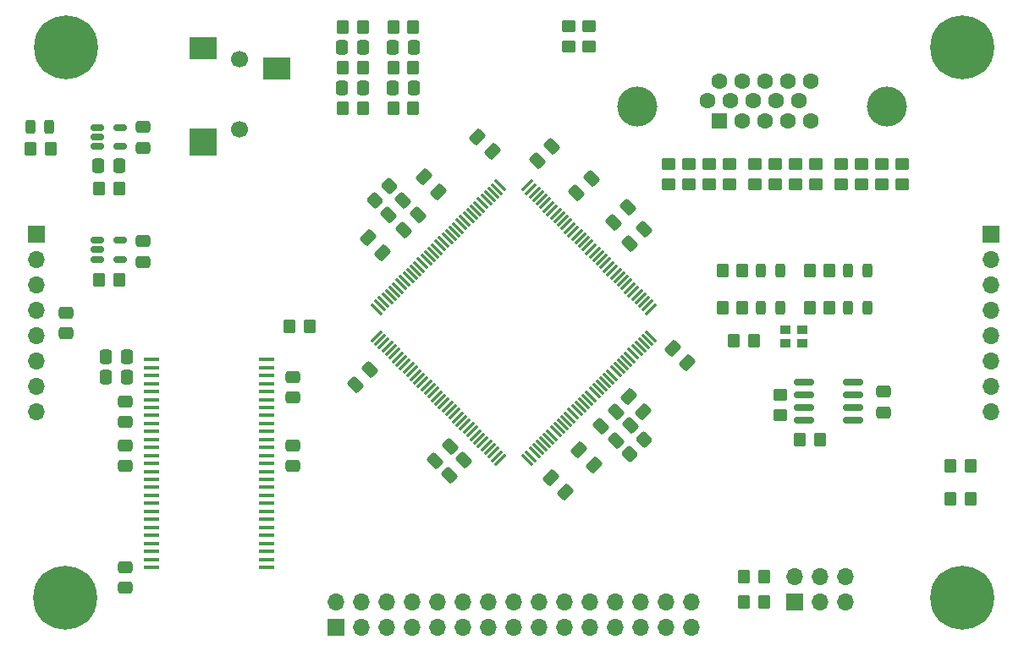
<source format=gbr>
%TF.GenerationSoftware,KiCad,Pcbnew,8.0.7*%
%TF.CreationDate,2025-01-22T16:06:57-05:00*%
%TF.ProjectId,vaudeo,76617564-656f-42e6-9b69-6361645f7063,rev?*%
%TF.SameCoordinates,Original*%
%TF.FileFunction,Soldermask,Top*%
%TF.FilePolarity,Negative*%
%FSLAX46Y46*%
G04 Gerber Fmt 4.6, Leading zero omitted, Abs format (unit mm)*
G04 Created by KiCad (PCBNEW 8.0.7) date 2025-01-22 16:06:57*
%MOMM*%
%LPD*%
G01*
G04 APERTURE LIST*
G04 Aperture macros list*
%AMRoundRect*
0 Rectangle with rounded corners*
0 $1 Rounding radius*
0 $2 $3 $4 $5 $6 $7 $8 $9 X,Y pos of 4 corners*
0 Add a 4 corners polygon primitive as box body*
4,1,4,$2,$3,$4,$5,$6,$7,$8,$9,$2,$3,0*
0 Add four circle primitives for the rounded corners*
1,1,$1+$1,$2,$3*
1,1,$1+$1,$4,$5*
1,1,$1+$1,$6,$7*
1,1,$1+$1,$8,$9*
0 Add four rect primitives between the rounded corners*
20,1,$1+$1,$2,$3,$4,$5,0*
20,1,$1+$1,$4,$5,$6,$7,0*
20,1,$1+$1,$6,$7,$8,$9,0*
20,1,$1+$1,$8,$9,$2,$3,0*%
G04 Aperture macros list end*
%ADD10RoundRect,0.250000X0.350000X0.450000X-0.350000X0.450000X-0.350000X-0.450000X0.350000X-0.450000X0*%
%ADD11RoundRect,0.250000X0.574524X0.097227X0.097227X0.574524X-0.574524X-0.097227X-0.097227X-0.574524X0*%
%ADD12RoundRect,0.250000X0.450000X-0.350000X0.450000X0.350000X-0.450000X0.350000X-0.450000X-0.350000X0*%
%ADD13RoundRect,0.250000X0.070711X-0.565685X0.565685X-0.070711X-0.070711X0.565685X-0.565685X0.070711X0*%
%ADD14RoundRect,0.250000X-0.475000X0.337500X-0.475000X-0.337500X0.475000X-0.337500X0.475000X0.337500X0*%
%ADD15RoundRect,0.243750X-0.243750X-0.456250X0.243750X-0.456250X0.243750X0.456250X-0.243750X0.456250X0*%
%ADD16R,1.700000X1.700000*%
%ADD17O,1.700000X1.700000*%
%ADD18C,0.800000*%
%ADD19C,6.400000*%
%ADD20RoundRect,0.250000X-0.450000X0.350000X-0.450000X-0.350000X0.450000X-0.350000X0.450000X0.350000X0*%
%ADD21RoundRect,0.250000X-0.350000X-0.450000X0.350000X-0.450000X0.350000X0.450000X-0.350000X0.450000X0*%
%ADD22RoundRect,0.250000X-0.097227X0.574524X-0.574524X0.097227X0.097227X-0.574524X0.574524X-0.097227X0*%
%ADD23RoundRect,0.250000X0.475000X-0.337500X0.475000X0.337500X-0.475000X0.337500X-0.475000X-0.337500X0*%
%ADD24R,1.510000X0.458000*%
%ADD25RoundRect,0.250000X-0.574524X-0.097227X-0.097227X-0.574524X0.574524X0.097227X0.097227X0.574524X0*%
%ADD26RoundRect,0.150000X-0.825000X-0.150000X0.825000X-0.150000X0.825000X0.150000X-0.825000X0.150000X0*%
%ADD27RoundRect,0.150000X-0.512500X-0.150000X0.512500X-0.150000X0.512500X0.150000X-0.512500X0.150000X0*%
%ADD28RoundRect,0.250000X0.097227X-0.574524X0.574524X-0.097227X-0.097227X0.574524X-0.574524X0.097227X0*%
%ADD29RoundRect,0.250000X-0.337500X-0.475000X0.337500X-0.475000X0.337500X0.475000X-0.337500X0.475000X0*%
%ADD30C,4.000000*%
%ADD31R,1.600000X1.600000*%
%ADD32C,1.600000*%
%ADD33RoundRect,0.250000X0.337500X0.475000X-0.337500X0.475000X-0.337500X-0.475000X0.337500X-0.475000X0*%
%ADD34R,1.100000X0.900000*%
%ADD35RoundRect,0.075000X-0.415425X-0.521491X0.521491X0.415425X0.415425X0.521491X-0.521491X-0.415425X0*%
%ADD36RoundRect,0.075000X0.415425X-0.521491X0.521491X-0.415425X-0.415425X0.521491X-0.521491X0.415425X0*%
%ADD37C,1.700000*%
%ADD38R,2.800000X2.200000*%
%ADD39R,2.800000X2.800000*%
G04 APERTURE END LIST*
D10*
%TO.C,R18*%
X163560000Y-72771000D03*
X161560000Y-72771000D03*
%TD*%
D11*
%TO.C,C13*%
X171167623Y-81124623D03*
X169700377Y-79657377D03*
%TD*%
%TO.C,C12*%
X165579623Y-87220623D03*
X164112377Y-85753377D03*
%TD*%
D12*
%TO.C,R30*%
X184166334Y-66548000D03*
X184166334Y-64548000D03*
%TD*%
D13*
%TO.C,R9*%
X190300893Y-107387107D03*
X191715107Y-105972893D03*
%TD*%
D14*
%TO.C,C29*%
X156591000Y-106531500D03*
X156591000Y-108606500D03*
%TD*%
D12*
%TO.C,R21*%
X194123665Y-80391000D03*
X194123665Y-78391000D03*
%TD*%
D15*
%TO.C,D3*%
X212152500Y-89027000D03*
X214027500Y-89027000D03*
%TD*%
D10*
%TO.C,R12*%
X224393000Y-111887000D03*
X222393000Y-111887000D03*
%TD*%
D16*
%TO.C,J6*%
X206756000Y-122174000D03*
D17*
X206756000Y-119634000D03*
X209296000Y-122174000D03*
X209296000Y-119634000D03*
X211836000Y-122174000D03*
X211836000Y-119634000D03*
%TD*%
D18*
%TO.C,H1*%
X131458000Y-66675000D03*
X132160944Y-64977944D03*
X132160944Y-68372056D03*
X133858000Y-64275000D03*
D19*
X133858000Y-66675000D03*
D18*
X133858000Y-69075000D03*
X135555056Y-64977944D03*
X135555056Y-68372056D03*
X136258000Y-66675000D03*
%TD*%
D20*
%TO.C,R37*%
X205359000Y-101489000D03*
X205359000Y-103489000D03*
%TD*%
D21*
%TO.C,R17*%
X166624000Y-64643000D03*
X168624000Y-64643000D03*
%TD*%
D22*
%TO.C,C10*%
X164309623Y-98961377D03*
X162842377Y-100428623D03*
%TD*%
D13*
%TO.C,R10*%
X164773893Y-81987107D03*
X166188107Y-80572893D03*
%TD*%
D22*
%TO.C,C20*%
X169135623Y-83467377D03*
X167668377Y-84934623D03*
%TD*%
D21*
%TO.C,R5*%
X208272000Y-92710000D03*
X210272000Y-92710000D03*
%TD*%
%TO.C,R2*%
X199560250Y-89027000D03*
X201560250Y-89027000D03*
%TD*%
D22*
%TO.C,C23*%
X188887058Y-103141677D03*
X187419812Y-104608923D03*
%TD*%
D23*
%TO.C,C5*%
X215662000Y-103221500D03*
X215662000Y-101146500D03*
%TD*%
D14*
%TO.C,C16*%
X141605000Y-86063000D03*
X141605000Y-88138000D03*
%TD*%
D12*
%TO.C,R32*%
X213427665Y-80391000D03*
X213427665Y-78391000D03*
%TD*%
D24*
%TO.C,U5*%
X142459000Y-97931000D03*
X142459000Y-98731000D03*
X142459000Y-99531000D03*
X142459000Y-100331000D03*
X142459000Y-101131000D03*
X142459000Y-101931000D03*
X142459000Y-102731000D03*
X142459000Y-103531000D03*
X142459000Y-104331000D03*
X142459000Y-105131000D03*
X142459000Y-105931000D03*
X142459000Y-106731000D03*
X142459000Y-107531000D03*
X142459000Y-108331000D03*
X142459000Y-109131000D03*
X142459000Y-109931000D03*
X142459000Y-110731000D03*
X142459000Y-111531000D03*
X142459000Y-112331000D03*
X142459000Y-113131000D03*
X142459000Y-113931000D03*
X142459000Y-114731000D03*
X142459000Y-115531000D03*
X142459000Y-116331000D03*
X142459000Y-117131000D03*
X142459000Y-117931000D03*
X142459000Y-118731000D03*
X153959000Y-118731000D03*
X153959000Y-117931000D03*
X153959000Y-117131000D03*
X153959000Y-116331000D03*
X153959000Y-115531000D03*
X153959000Y-114731000D03*
X153959000Y-113931000D03*
X153959000Y-113131000D03*
X153959000Y-112331000D03*
X153959000Y-111531000D03*
X153959000Y-110731000D03*
X153959000Y-109931000D03*
X153959000Y-109131000D03*
X153959000Y-108331000D03*
X153959000Y-107531000D03*
X153959000Y-106731000D03*
X153959000Y-105931000D03*
X153959000Y-105131000D03*
X153959000Y-104331000D03*
X153959000Y-103531000D03*
X153959000Y-102731000D03*
X153959000Y-101931000D03*
X153959000Y-101131000D03*
X153959000Y-100331000D03*
X153959000Y-99531000D03*
X153959000Y-98731000D03*
X153959000Y-97931000D03*
%TD*%
D25*
%TO.C,C3*%
X182400377Y-109756377D03*
X183867623Y-111223623D03*
%TD*%
D26*
%TO.C,U2*%
X207710000Y-100203000D03*
X207710000Y-101473000D03*
X207710000Y-102743000D03*
X207710000Y-104013000D03*
X212660000Y-104013000D03*
X212660000Y-102743000D03*
X212660000Y-101473000D03*
X212660000Y-100203000D03*
%TD*%
D18*
%TO.C,H4*%
X131422269Y-121823926D03*
X132125213Y-120126870D03*
X132125213Y-123520982D03*
X133822269Y-119423926D03*
D19*
X133822269Y-121823926D03*
D18*
X133822269Y-124223926D03*
X135519325Y-120126870D03*
X135519325Y-123520982D03*
X136222269Y-121823926D03*
%TD*%
D12*
%TO.C,R22*%
X196155665Y-80391000D03*
X196155665Y-78391000D03*
%TD*%
D27*
%TO.C,U4*%
X137044000Y-74681000D03*
X137044000Y-75631000D03*
X137044000Y-76581000D03*
X139319000Y-76581000D03*
X139319000Y-74681000D03*
%TD*%
D15*
%TO.C,D2*%
X203432750Y-92710000D03*
X205307750Y-92710000D03*
%TD*%
D10*
%TO.C,R13*%
X224393000Y-108585000D03*
X222393000Y-108585000D03*
%TD*%
D12*
%TO.C,R23*%
X198187665Y-80391000D03*
X198187665Y-78391000D03*
%TD*%
D28*
%TO.C,C15*%
X184968754Y-81223246D03*
X186436000Y-79756000D03*
%TD*%
D29*
%TO.C,C33*%
X161501000Y-66675000D03*
X163576000Y-66675000D03*
%TD*%
D12*
%TO.C,R27*%
X206823665Y-80391000D03*
X206823665Y-78391000D03*
%TD*%
D15*
%TO.C,D1*%
X203432750Y-89027000D03*
X205307750Y-89027000D03*
%TD*%
D10*
%TO.C,R14*%
X158226000Y-94615000D03*
X156226000Y-94615000D03*
%TD*%
%TO.C,R20*%
X163560000Y-64643000D03*
X161560000Y-64643000D03*
%TD*%
D21*
%TO.C,R15*%
X166624000Y-72771000D03*
X168624000Y-72771000D03*
%TD*%
D25*
%TO.C,C11*%
X190175754Y-101656754D03*
X191643000Y-103124000D03*
%TD*%
D28*
%TO.C,C14*%
X181031754Y-78048246D03*
X182499000Y-76581000D03*
%TD*%
D29*
%TO.C,C34*%
X161522500Y-70739000D03*
X163597500Y-70739000D03*
%TD*%
D10*
%TO.C,R6*%
X209329000Y-105918000D03*
X207329000Y-105918000D03*
%TD*%
D12*
%TO.C,R24*%
X200219665Y-80375000D03*
X200219665Y-78375000D03*
%TD*%
D25*
%TO.C,C8*%
X185222754Y-106990754D03*
X186690000Y-108458000D03*
%TD*%
D16*
%TO.C,J3*%
X226441000Y-85359000D03*
D17*
X226441000Y-87899000D03*
X226441000Y-90439000D03*
X226441000Y-92979000D03*
X226441000Y-95519000D03*
X226441000Y-98059000D03*
X226441000Y-100599000D03*
X226441000Y-103139000D03*
%TD*%
D10*
%TO.C,R19*%
X163560000Y-68707000D03*
X161560000Y-68707000D03*
%TD*%
D22*
%TO.C,C2*%
X172282246Y-106609754D03*
X170815000Y-108077000D03*
%TD*%
D21*
%TO.C,R36*%
X201708000Y-119634000D03*
X203708000Y-119634000D03*
%TD*%
D12*
%TO.C,R34*%
X217491665Y-80391000D03*
X217491665Y-78391000D03*
%TD*%
D15*
%TO.C,D4*%
X212152500Y-92710000D03*
X214027500Y-92710000D03*
%TD*%
D27*
%TO.C,U3*%
X137033000Y-85979000D03*
X137033000Y-86929000D03*
X137033000Y-87879000D03*
X139308000Y-87879000D03*
X139308000Y-85979000D03*
%TD*%
D12*
%TO.C,R33*%
X215459665Y-80391000D03*
X215459665Y-78391000D03*
%TD*%
D23*
%TO.C,C30*%
X156591000Y-101748500D03*
X156591000Y-99673500D03*
%TD*%
D12*
%TO.C,R28*%
X208855665Y-80391000D03*
X208855665Y-78391000D03*
%TD*%
D22*
%TO.C,C21*%
X167616840Y-81998459D03*
X166149594Y-83465705D03*
%TD*%
D28*
%TO.C,C4*%
X188623377Y-84172623D03*
X190090623Y-82705377D03*
%TD*%
D30*
%TO.C,J2*%
X216021665Y-72579331D03*
X191021665Y-72579331D03*
D31*
X199206665Y-73999331D03*
D32*
X201496665Y-73999331D03*
X203786665Y-73999331D03*
X206076665Y-73999331D03*
X208366665Y-73999331D03*
X198061665Y-72019331D03*
X200351665Y-72019331D03*
X202641665Y-72019331D03*
X204931665Y-72019331D03*
X207221665Y-72019331D03*
X199206665Y-70039331D03*
X201496665Y-70039331D03*
X203786665Y-70039331D03*
X206076665Y-70039331D03*
X208366665Y-70039331D03*
%TD*%
D12*
%TO.C,R25*%
X202759665Y-80375000D03*
X202759665Y-78375000D03*
%TD*%
D14*
%TO.C,C24*%
X139827000Y-118723500D03*
X139827000Y-120798500D03*
%TD*%
D11*
%TO.C,C1*%
X176530000Y-77089000D03*
X175062754Y-75621754D03*
%TD*%
D18*
%TO.C,H3*%
X221120000Y-121793000D03*
X221822944Y-120095944D03*
X221822944Y-123490056D03*
X223520000Y-119393000D03*
D19*
X223520000Y-121793000D03*
D18*
X223520000Y-124193000D03*
X225217056Y-120095944D03*
X225217056Y-123490056D03*
X225920000Y-121793000D03*
%TD*%
D16*
%TO.C,J4*%
X130937000Y-85359000D03*
D17*
X130937000Y-87899000D03*
X130937000Y-90439000D03*
X130937000Y-92979000D03*
X130937000Y-95519000D03*
X130937000Y-98059000D03*
X130937000Y-100599000D03*
X130937000Y-103139000D03*
%TD*%
D33*
%TO.C,C31*%
X168661500Y-66675000D03*
X166586500Y-66675000D03*
%TD*%
D28*
%TO.C,C6*%
X190274377Y-86331623D03*
X191741623Y-84864377D03*
%TD*%
D14*
%TO.C,C17*%
X141605000Y-74654500D03*
X141605000Y-76729500D03*
%TD*%
D15*
%TO.C,D5*%
X130350500Y-74594500D03*
X132225500Y-74594500D03*
%TD*%
D10*
%TO.C,R11*%
X132318000Y-76835000D03*
X130318000Y-76835000D03*
%TD*%
D23*
%TO.C,C25*%
X139827000Y-108606500D03*
X139827000Y-106531500D03*
%TD*%
D33*
%TO.C,C28*%
X139975500Y-97663000D03*
X137900500Y-97663000D03*
%TD*%
D29*
%TO.C,C18*%
X137138500Y-78486000D03*
X139213500Y-78486000D03*
%TD*%
D10*
%TO.C,R35*%
X203692000Y-122174000D03*
X201692000Y-122174000D03*
%TD*%
D34*
%TO.C,X1*%
X207518000Y-94966000D03*
X205818000Y-94966000D03*
X205818000Y-96266000D03*
X207518000Y-96266000D03*
%TD*%
D22*
%TO.C,C9*%
X173679246Y-108006754D03*
X172212000Y-109474000D03*
%TD*%
D18*
%TO.C,H2*%
X221120000Y-66675000D03*
X221822944Y-64977944D03*
X221822944Y-68372056D03*
X223520000Y-64275000D03*
D19*
X223520000Y-66675000D03*
D18*
X223520000Y-69075000D03*
X225217056Y-64977944D03*
X225217056Y-68372056D03*
X225920000Y-66675000D03*
%TD*%
D14*
%TO.C,C19*%
X133858000Y-93211500D03*
X133858000Y-95286500D03*
%TD*%
D33*
%TO.C,C27*%
X139975500Y-99695000D03*
X137900500Y-99695000D03*
%TD*%
D21*
%TO.C,R16*%
X166624000Y-68707000D03*
X168624000Y-68707000D03*
%TD*%
D12*
%TO.C,R31*%
X211395665Y-80391000D03*
X211395665Y-78391000D03*
%TD*%
%TO.C,R29*%
X186198334Y-66548000D03*
X186198334Y-64548000D03*
%TD*%
D10*
%TO.C,R8*%
X139176000Y-80772000D03*
X137176000Y-80772000D03*
%TD*%
D22*
%TO.C,C22*%
X190344623Y-104549377D03*
X188877377Y-106016623D03*
%TD*%
D16*
%TO.C,J5*%
X160909000Y-124714000D03*
D17*
X160909000Y-122174000D03*
X163449000Y-124714000D03*
X163449000Y-122174000D03*
X165989000Y-124714000D03*
X165989000Y-122174000D03*
X168529000Y-124714000D03*
X168529000Y-122174000D03*
X171069000Y-124714000D03*
X171069000Y-122174000D03*
X173609000Y-124714000D03*
X173609000Y-122174000D03*
X176149000Y-124714000D03*
X176149000Y-122174000D03*
X178689000Y-124714000D03*
X178689000Y-122174000D03*
X181229000Y-124714000D03*
X181229000Y-122174000D03*
X183769000Y-124714000D03*
X183769000Y-122174000D03*
X186309000Y-124714000D03*
X186309000Y-122174000D03*
X188849000Y-124714000D03*
X188849000Y-122174000D03*
X191389000Y-124714000D03*
X191389000Y-122174000D03*
X193929000Y-124714000D03*
X193929000Y-122174000D03*
X196469000Y-124714000D03*
X196469000Y-122174000D03*
%TD*%
D33*
%TO.C,C32*%
X168661500Y-70739000D03*
X166586500Y-70739000D03*
%TD*%
D10*
%TO.C,R7*%
X139176000Y-89916000D03*
X137176000Y-89916000D03*
%TD*%
D21*
%TO.C,R3*%
X199560250Y-92710000D03*
X201560250Y-92710000D03*
%TD*%
D25*
%TO.C,C7*%
X194592377Y-96802377D03*
X196059623Y-98269623D03*
%TD*%
D12*
%TO.C,R26*%
X204791665Y-80391000D03*
X204791665Y-78391000D03*
%TD*%
D23*
%TO.C,C26*%
X139827000Y-104183000D03*
X139827000Y-102108000D03*
%TD*%
D10*
%TO.C,R1*%
X202692000Y-96012000D03*
X200692000Y-96012000D03*
%TD*%
D35*
%TO.C,U1*%
X164962290Y-95586340D03*
X165315844Y-95939894D03*
X165669397Y-96293447D03*
X166022950Y-96647000D03*
X166376504Y-97000554D03*
X166730057Y-97354107D03*
X167083610Y-97707661D03*
X167437164Y-98061214D03*
X167790717Y-98414767D03*
X168144271Y-98768321D03*
X168497824Y-99121874D03*
X168851377Y-99475428D03*
X169204931Y-99828981D03*
X169558484Y-100182534D03*
X169912038Y-100536088D03*
X170265591Y-100889641D03*
X170619144Y-101243194D03*
X170972698Y-101596748D03*
X171326251Y-101950302D03*
X171679805Y-102303856D03*
X172033358Y-102657409D03*
X172386911Y-103010962D03*
X172740465Y-103364516D03*
X173094018Y-103718069D03*
X173447571Y-104071623D03*
X173801125Y-104425176D03*
X174154678Y-104778729D03*
X174508232Y-105132283D03*
X174861785Y-105485836D03*
X175215338Y-105839390D03*
X175568892Y-106192943D03*
X175922445Y-106546496D03*
X176275999Y-106900050D03*
X176629552Y-107253603D03*
X176983105Y-107607156D03*
X177336659Y-107960710D03*
D36*
X180041340Y-107960710D03*
X180394894Y-107607156D03*
X180748447Y-107253603D03*
X181102000Y-106900050D03*
X181455554Y-106546496D03*
X181809107Y-106192943D03*
X182162661Y-105839390D03*
X182516214Y-105485836D03*
X182869767Y-105132283D03*
X183223321Y-104778729D03*
X183576874Y-104425176D03*
X183930428Y-104071623D03*
X184283981Y-103718069D03*
X184637534Y-103364516D03*
X184991088Y-103010962D03*
X185344641Y-102657409D03*
X185698194Y-102303856D03*
X186051748Y-101950302D03*
X186405302Y-101596749D03*
X186758856Y-101243195D03*
X187112409Y-100889642D03*
X187465962Y-100536089D03*
X187819516Y-100182535D03*
X188173069Y-99828982D03*
X188526623Y-99475429D03*
X188880176Y-99121875D03*
X189233729Y-98768322D03*
X189587283Y-98414768D03*
X189940836Y-98061215D03*
X190294390Y-97707662D03*
X190647943Y-97354108D03*
X191001496Y-97000555D03*
X191355050Y-96647001D03*
X191708603Y-96293448D03*
X192062156Y-95939895D03*
X192415710Y-95586341D03*
D35*
X192415710Y-92881660D03*
X192062156Y-92528106D03*
X191708603Y-92174553D03*
X191355050Y-91821000D03*
X191001496Y-91467446D03*
X190647943Y-91113893D03*
X190294390Y-90760339D03*
X189940836Y-90406786D03*
X189587283Y-90053233D03*
X189233729Y-89699679D03*
X188880176Y-89346126D03*
X188526623Y-88992572D03*
X188173069Y-88639019D03*
X187819516Y-88285466D03*
X187465962Y-87931912D03*
X187112409Y-87578359D03*
X186758856Y-87224806D03*
X186405302Y-86871252D03*
X186051749Y-86517698D03*
X185698195Y-86164144D03*
X185344642Y-85810591D03*
X184991089Y-85457038D03*
X184637535Y-85103484D03*
X184283982Y-84749931D03*
X183930429Y-84396377D03*
X183576875Y-84042824D03*
X183223322Y-83689271D03*
X182869768Y-83335717D03*
X182516215Y-82982164D03*
X182162662Y-82628610D03*
X181809108Y-82275057D03*
X181455555Y-81921504D03*
X181102001Y-81567950D03*
X180748448Y-81214397D03*
X180394895Y-80860844D03*
X180041341Y-80507290D03*
D36*
X177336660Y-80507290D03*
X176983106Y-80860844D03*
X176629553Y-81214397D03*
X176276000Y-81567950D03*
X175922446Y-81921504D03*
X175568893Y-82275057D03*
X175215339Y-82628610D03*
X174861786Y-82982164D03*
X174508233Y-83335717D03*
X174154679Y-83689271D03*
X173801126Y-84042824D03*
X173447572Y-84396377D03*
X173094019Y-84749931D03*
X172740466Y-85103484D03*
X172386912Y-85457038D03*
X172033359Y-85810591D03*
X171679806Y-86164144D03*
X171326252Y-86517698D03*
X170972698Y-86871251D03*
X170619144Y-87224805D03*
X170265591Y-87578358D03*
X169912038Y-87931911D03*
X169558484Y-88285465D03*
X169204931Y-88639018D03*
X168851377Y-88992571D03*
X168497824Y-89346125D03*
X168144271Y-89699678D03*
X167790717Y-90053232D03*
X167437164Y-90406785D03*
X167083610Y-90760338D03*
X166730057Y-91113892D03*
X166376504Y-91467445D03*
X166022950Y-91820999D03*
X165669397Y-92174552D03*
X165315844Y-92528105D03*
X164962290Y-92881659D03*
%TD*%
D37*
%TO.C,J1*%
X151257000Y-67858000D03*
X151257000Y-74858000D03*
D38*
X154957000Y-68758000D03*
X147557000Y-66758000D03*
D39*
X147557000Y-76158000D03*
%TD*%
D21*
%TO.C,R4*%
X208280000Y-89027000D03*
X210280000Y-89027000D03*
%TD*%
M02*

</source>
